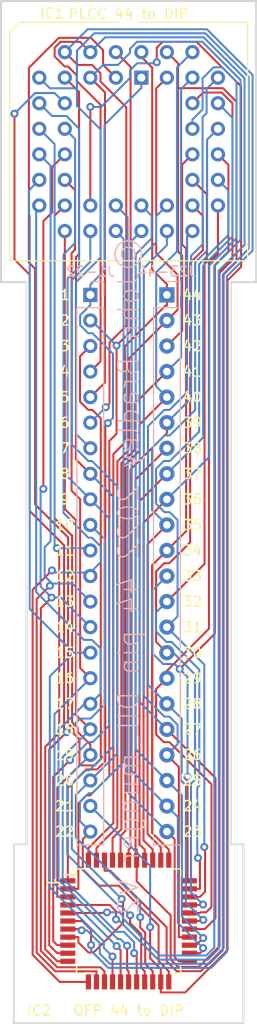
<source format=kicad_pcb>
(kicad_pcb (version 20211014) (generator pcbnew)
  (title_block (comment 4 "AISLER Project ID: YUITKTHA"))
  (layers (0 "F.Cu" signal) (31 "B.Cu" signal) (34 "B.Paste" user) (35 "F.Paste" user) (36 "B.SilkS" user "B.Silkscreen") (37 "F.SilkS" user "F.Silkscreen") (38 "B.Mask" user) (39 "F.Mask" user) (44 "Edge.Cuts" user))
  (net 0 "")
  (net 1 "/PIN01")
  (net 2 "/PIN02")
  (net 3 "/PIN03")
  (net 4 "/PIN04")
  (net 5 "/PIN05")
  (net 6 "/PIN06")
  (net 7 "/PIN07")
  (net 8 "/PIN08")
  (net 9 "/PIN09")
  (net 10 "/PIN10")
  (net 11 "/PIN11")
  (net 12 "/PIN12")
  (net 13 "/PIN13")
  (net 14 "/PIN14")
  (net 15 "/PIN15")
  (net 16 "/PIN16")
  (net 17 "/PIN17")
  (net 18 "/PIN18")
  (net 19 "/PIN19")
  (net 20 "/PIN20")
  (net 21 "/PIN21")
  (net 22 "/PIN22")
  (net 23 "/PIN23")
  (net 24 "/PIN24")
  (net 25 "/PIN25")
  (net 26 "/PIN26")
  (net 27 "/PIN27")
  (net 28 "/PIN28")
  (net 29 "/PIN29")
  (net 30 "/PIN30")
  (net 31 "/PIN31")
  (net 32 "/PIN32")
  (net 33 "/PIN33")
  (net 34 "/PIN34")
  (net 35 "/PIN35")
  (net 36 "/PIN36")
  (net 37 "/PIN37")
  (net 38 "/PIN38")
  (net 39 "/PIN39")
  (net 40 "/PIN40")
  (net 41 "/PIN41")
  (net 42 "/PIN42")
  (net 43 "/PIN44")
  (net 44 "/PIN43")
  (footprint "Package_QFP:PQFP-44_10x10mm_P0.8mm" (layer "F.Cu") (at 140.97 154.94)
    (fp_text reference "IC2")
    (fp_text value "QFP 44 to DIP")
  )
  (footprint "ExtraFootprints:PLCC-44_THT-Socket" (layer "F.Cu") (at 142.24 71.12)
    (fp_text reference "IC1")
    (fp_text value "PLCC 44 to DIP")
  )
  (footprint "Connector_PinHeader_2.54mm:PinHeader_1x22_P2.54mm_Vertical" (layer "B.Cu") (at 137.16 92.71 180)
    (fp_text reference "J1-22")
    (fp_text value "Conn_01x22")
  )
  (footprint "Connector_PinHeader_2.54mm:PinHeader_1x22_P2.54mm_Vertical" (layer "B.Cu") (at 144.78 92.71 180)
    (fp_text reference "J23-44")
    (fp_text value "Conn_01x22")
  )
  (gr_line (start 152.4 165.1) (end 129.54 165.1) (layer "Edge.Cuts") (width 0.2))
  (gr_line (start 151.13 91.44) (end 151.13 147.32) (layer "Edge.Cuts") (width 0.2))
  (gr_line (start 128.27 91.44) (end 128.27 63.5) (layer "Edge.Cuts") (width 0.2))
  (gr_line (start 130.81 147.32) (end 129.54 147.32) (layer "Edge.Cuts") (width 0.2))
  (gr_line (start 129.54 165.1) (end 129.54 147.32) (layer "Edge.Cuts") (width 0.2))
  (gr_line (start 152.4 147.32) (end 152.4 165.1) (layer "Edge.Cuts") (width 0.2))
  (gr_line (start 130.81 91.44) (end 128.27 91.44) (layer "Edge.Cuts") (width 0.2))
  (gr_line (start 153.67 63.5) (end 153.67 91.44) (layer "Edge.Cuts") (width 0.2))
  (gr_line (start 151.13 147.32) (end 152.4 147.32) (layer "Edge.Cuts") (width 0.2))
  (gr_line (start 153.67 91.44) (end 151.13 91.44) (layer "Edge.Cuts") (width 0.2))
  (gr_line (start 130.81 147.32) (end 130.81 91.44) (layer "Edge.Cuts") (width 0.2))
  (gr_line (start 128.27 63.5) (end 153.67 63.5) (layer "Edge.Cuts") (width 0.2))
  (gr_text "©John Bradley 2022 44 pin DIL munger V2" (at 140.97 120.65 90) (layer "B.SilkS") (effects (font (size 2 2)) (justify mirror)))
  (gr_text "10" (at 134.62 115.57) (layer "F.SilkS") (effects (font (size 1 1))))
  (gr_text "27" (at 147.32 135.89) (layer "F.SilkS") (effects (font (size 1 1))))
  (gr_text "28" (at 147.32 133.35) (layer "F.SilkS") (effects (font (size 1 1))))
  (gr_text "23" (at 147.32 146.05) (layer "F.SilkS") (effects (font (size 1 1))))
  (gr_text "20" (at 134.62 140.97) (layer "F.SilkS") (effects (font (size 1 1))))
  (gr_text "39" (at 147.32 105.41) (layer "F.SilkS") (effects (font (size 1 1))))
  (gr_text "41" (at 147.32 100.33) (layer "F.SilkS") (effects (font (size 1 1))))
  (gr_text "44" (at 147.32 92.71) (layer "F.SilkS") (effects (font (size 1 1))))
  (gr_text "43" (at 147.32 95.25) (layer "F.SilkS") (effects (font (size 1 1))))
  (gr_text "29" (at 147.32 130.81) (layer "F.SilkS") (effects (font (size 1 1))))
  (gr_text "30" (at 147.32 128.27) (layer "F.SilkS") (effects (font (size 1 1))))
  (gr_text "2" (at 134.62 95.25) (layer "F.SilkS") (effects (font (size 1 1))))
  (gr_text "31" (at 147.32 125.73) (layer "F.SilkS") (effects (font (size 1 1))))
  (gr_text "1" (at 134.62 92.71) (layer "F.SilkS") (effects (font (size 1 1))))
  (gr_text "7" (at 134.62 107.95) (layer "F.SilkS") (effects (font (size 1 1))))
  (gr_text "12" (at 134.62 120.65) (layer "F.SilkS") (effects (font (size 1 1))))
  (gr_text "15" (at 134.62 128.27) (layer "F.SilkS") (effects (font (size 1 1))))
  (gr_text "17" (at 134.62 133.35) (layer "F.SilkS") (effects (font (size 1 1))))
  (gr_text "5" (at 134.62 102.87) (layer "F.SilkS") (effects (font (size 1 1))))
  (gr_text "40" (at 147.32 102.87) (layer "F.SilkS") (effects (font (size 1 1))))
  (gr_text "13" (at 134.62 123.19) (layer "F.SilkS") (effects (font (size 1 1))))
  (gr_text "35" (at 147.32 115.57) (layer "F.SilkS") (effects (font (size 1 1))))
  (gr_text "42" (at 147.32 97.79) (layer "F.SilkS") (effects (font (size 1 1))))
  (gr_text "32" (at 147.32 123.19) (layer "F.SilkS") (effects (font (size 1 1))))
  (gr_text "33" (at 147.32 120.65) (layer "F.SilkS") (effects (font (size 1 1))))
  (gr_text "22" (at 134.62 146.05) (layer "F.SilkS") (effects (font (size 1 1))))
  (gr_text "34" (at 147.32 118.11) (layer "F.SilkS") (effects (font (size 1 1))))
  (gr_text "9" (at 134.62 113.03) (layer "F.SilkS") (effects (font (size 1 1))))
  (gr_text "4" (at 134.62 100.33) (layer "F.SilkS") (effects (font (size 1 1))))
  (gr_text "37" (at 147.32 110.49) (layer "F.SilkS") (effects (font (size 1 1))))
  (gr_text "26" (at 147.32 138.43) (layer "F.SilkS") (effects (font (size 1 1))))
  (gr_text "16" (at 134.62 130.81) (layer "F.SilkS") (effects (font (size 1 1))))
  (gr_text "25" (at 147.32 140.97) (layer "F.SilkS") (effects (font (size 1 1))))
  (gr_text "3" (at 134.62 97.79) (layer "F.SilkS") (effects (font (size 1 1))))
  (gr_text "11" (at 134.62 118.11) (layer "F.SilkS") (effects (font (size 1 1))))
  (gr_text "24" (at 147.32 143.51) (layer "F.SilkS") (effects (font (size 1 1))))
  (gr_text "8" (at 134.62 110.49) (layer "F.SilkS") (effects (font (size 1 1))))
  (gr_text "21" (at 134.62 143.51) (layer "F.SilkS") (effects (font (size 1 1))))
  (gr_text "18" (at 134.62 135.89) (layer "F.SilkS") (effects (font (size 1 1))))
  (gr_text "19" (at 134.62 138.43) (layer "F.SilkS") (effects (font (size 1 1))))
  (gr_text "14" (at 134.62 125.73) (layer "F.SilkS") (effects (font (size 1 1))))
  (gr_text "1" (at 133.35 151.13 270) (layer "F.SilkS") (effects (font (size 1 1))))
  (gr_text "36" (at 147.32 113.03) (layer "F.SilkS") (effects (font (size 1 1))))
  (gr_text "6" (at 134.62 105.41) (layer "F.SilkS") (effects (font (size 1 1))))
  (gr_text "38" (at 147.32 107.95) (layer "F.SilkS") (effects (font (size 1 1))))
  (segment (start 134.92 141.7001) (end 134.92 150.94) (width 0.2) (layer "F.Cu") (net 1))
  (segment (start 138.8992 105.4537) (end 138.6503 105.7026) (width 0.2) (layer "F.Cu") (net 1))
  (segment (start 138.6503 105.7026) (end 138.6503 139.0648) (width 0.2) (layer "F.Cu") (net 1))
  (segment (start 136.7461 139.874) (end 134.92 141.7001) (width 0.2) (layer "F.Cu") (net 1))
  (segment (start 138.6503 139.0648) (end 137.8411 139.874) (width 0.2) (layer "F.Cu") (net 1))
  (segment (start 137.8411 139.874) (end 136.7461 139.874) (width 0.2) (layer "F.Cu") (net 1))
  (via (at 138.8992 105.4537) (size 0.8) (drill 0.4) (layers "F.Cu" "B.Cu") (net 1))
  (segment (start 137.16 93.7215) (end 136.1484 94.7331) (width 0.2) (layer "B.Cu") (net 1))
  (segment (start 137.16 91.6985) (end 138.5719 90.2866) (width 0.2) (layer "B.Cu") (net 1))
  (segment (start 136.1484 94.7331) (end 136.1484 95.7175) (width 0.2) (layer "B.Cu") (net 1))
  (segment (start 138.5719 75.7996) (end 142.24 72.1315) (width 0.2) (layer "B.Cu") (net 1))
  (segment (start 137.3717 96.52) (end 139.4136 98.5619) (width 0.2) (layer "B.Cu") (net 1))
  (segment (start 139.4136 104.9393) (end 138.8992 105.4537) (width 0.2) (layer "B.Cu") (net 1))
  (segment (start 136.1484 95.7175) (end 136.9509 96.52) (width 0.2) (layer "B.Cu") (net 1))
  (segment (start 137.16 92.71) (end 137.16 93.7215) (width 0.2) (layer "B.Cu") (net 1))
  (segment (start 142.24 71.12) (end 142.24 72.1315) (width 0.2) (layer "B.Cu") (net 1))
  (segment (start 138.5719 90.2866) (end 138.5719 75.7996) (width 0.2) (layer "B.Cu") (net 1))
  (segment (start 136.9509 96.52) (end 137.3717 96.52) (width 0.2) (layer "B.Cu") (net 1))
  (segment (start 139.4136 98.5619) (end 139.4136 104.9393) (width 0.2) (layer "B.Cu") (net 1))
  (segment (start 137.16 92.71) (end 137.16 91.6985) (width 0.2) (layer "B.Cu") (net 1))
  (segment (start 137.1278 142.4564) (end 136.7605 142.4564) (width 0.2) (layer "F.Cu") (net 2))
  (segment (start 139.7691 106.5145) (end 139.0506 107.233) (width 0.2) (layer "F.Cu") (net 2))
  (segment (start 139.7 68.58) (end 141.1638 70.0438) (width 0.2) (layer "F.Cu") (net 2))
  (segment (start 139.7691 97.7446) (end 139.7691 106.5145) (width 0.2) (layer "F.Cu") (net 2))
  (segment (start 141.1638 70.0438) (end 141.1638 96.3499) (width 0.2) (layer "F.Cu") (net 2))
  (segment (start 141.1638 96.3499) (end 139.7691 97.7446) (width 0.2) (layer "F.Cu") (net 2))
  (segment (start 136.7605 142.4564) (end 135.9703 143.2466) (width 0.2) (layer "F.Cu") (net 2))
  (segment (start 135.9703 143.2466) (end 135.9703 151.74) (width 0.2) (layer "F.Cu") (net 2))
  (segment (start 139.0506 107.233) (end 139.0506 140.5336) (width 0.2) (layer "F.Cu") (net 2))
  (segment (start 134.92 151.74) (end 135.9703 151.74) (width 0.2) (layer "F.Cu") (net 2))
  (segment (start 139.0506 140.5336) (end 137.1278 142.4564) (width 0.2) (layer "F.Cu") (net 2))
  (via (at 139.7691 97.7446) (size 0.8) (drill 0.4) (layers "F.Cu" "B.Cu") (net 2))
  (segment (start 137.2745 95.25) (end 139.7691 97.7446) (width 0.2) (layer "B.Cu") (net 2))
  (segment (start 137.16 95.25) (end 137.2745 95.25) (width 0.2) (layer "B.Cu") (net 2))
  (segment (start 131.6613 90.107) (end 131.6613 113.5269) (width 0.2) (layer "F.Cu") (net 3))
  (segment (start 138.4301 68.3786) (end 137.2098 67.1583) (width 0.2) (layer "F.Cu") (net 3))
  (segment (start 134.9475 135.3348) (end 135.4947 135.882) (width 0.2) (layer "F.Cu") (net 3))
  (segment (start 134.92 152.54) (end 133.8697 152.54) (width 0.2) (layer "F.Cu") (net 3))
  (segment (start 134.0329 67.1583) (end 131.0434 70.1478) (width 0.2) (layer "F.Cu") (net 3))
  (segment (start 136.0824 139.4736) (end 133.8697 141.6863) (width 0.2) (layer "F.Cu") (net 3))
  (segment (start 137.16 97.79) (end 136.1356 98.8144) (width 0.2) (layer "F.Cu") (net 3))
  (segment (start 139.7 71.12) (end 138.4301 69.8501) (width 0.2) (layer "F.Cu") (net 3))
  (segment (start 131.0434 89.4891) (end 131.6613 90.107) (width 0.2) (layer "F.Cu") (net 3))
  (segment (start 136.9524 104.14) (end 137.3602 104.14) (width 0.2) (layer "F.Cu") (net 3))
  (segment (start 138.4301 69.8501) (end 138.4301 68.3786) (width 0.2) (layer "F.Cu") (net 3))
  (segment (start 137.5843 139.4736) (end 136.0824 139.4736) (width 0.2) (layer "F.Cu") (net 3))
  (segment (start 135.4947 135.882) (end 135.4947 136.3052) (width 0.2) (layer "F.Cu") (net 3))
  (segment (start 136.1356 98.8144) (end 136.1356 103.3232) (width 0.2) (layer "F.Cu") (net 3))
  (segment (start 131.6613 113.5269) (end 134.9475 116.8131) (width 0.2) (layer "F.Cu") (net 3))
  (segment (start 137.3602 104.14) (end 138.1989 104.9787) (width 0.2) (layer "F.Cu") (net 3))
  (segment (start 138.1989 104.9787) (end 138.1989 138.859) (width 0.2) (layer "F.Cu") (net 3))
  (segment (start 136.0824 136.8929) (end 136.0824 139.4736) (width 0.2) (layer "F.Cu") (net 3))
  (segment (start 136.1356 103.3232) (end 136.9524 104.14) (width 0.2) (layer "F.Cu") (net 3))
  (segment (start 135.4947 136.3052) (end 136.0824 136.8929) (width 0.2) (layer "F.Cu") (net 3))
  (segment (start 137.2098 67.1583) (end 134.0329 67.1583) (width 0.2) (layer "F.Cu") (net 3))
  (segment (start 133.8697 141.6863) (end 133.8697 152.54) (width 0.2) (layer "F.Cu") (net 3))
  (segment (start 138.1989 138.859) (end 137.5843 139.4736) (width 0.2) (layer "F.Cu") (net 3))
  (segment (start 131.0434 70.1478) (end 131.0434 89.4891) (width 0.2) (layer "F.Cu") (net 3))
  (segment (start 134.9475 116.8131) (end 134.9475 135.3348) (width 0.2) (layer "F.Cu") (net 3))
  (segment (start 135.9703 153.34) (end 139.0901 153.34) (width 0.2) (layer "F.Cu") (net 4))
  (segment (start 139.0901 153.34) (end 139.7191 153.969) (width 0.2) (layer "F.Cu") (net 4))
  (segment (start 134.9431 70.0123) (end 134.6094 70.0123) (width 0.2) (layer "F.Cu") (net 4))
  (segment (start 138.1787 99.3113) (end 138.1787 73.8145) (width 0.2) (layer "F.Cu") (net 4))
  (segment (start 133.6084 68.1491) (end 134.1988 67.5587) (width 0.2) (layer "F.Cu") (net 4))
  (segment (start 134.1988 67.5587) (end 136.1387 67.5587) (width 0.2) (layer "F.Cu") (net 4))
  (segment (start 136.1387 67.5587) (end 137.16 68.58) (width 0.2) (layer "F.Cu") (net 4))
  (segment (start 133.6084 69.0113) (end 133.6084 68.1491) (width 0.2) (layer "F.Cu") (net 4))
  (segment (start 135.8024 71.4382) (end 135.8024 70.8716) (width 0.2) (layer "F.Cu") (net 4))
  (segment (start 139.7191 153.969) (end 139.7191 154.777) (width 0.2) (layer "F.Cu") (net 4))
  (segment (start 135.8024 70.8716) (end 134.9431 70.0123) (width 0.2) (layer "F.Cu") (net 4))
  (segment (start 137.16 100.33) (end 138.1787 99.3113) (width 0.2) (layer "F.Cu") (net 4))
  (segment (start 134.6094 70.0123) (end 133.6084 69.0113) (width 0.2) (layer "F.Cu") (net 4))
  (segment (start 138.1787 73.8145) (end 135.8024 71.4382) (width 0.2) (layer "F.Cu") (net 4))
  (segment (start 134.92 153.34) (end 135.9703 153.34) (width 0.2) (layer "F.Cu") (net 4))
  (via (at 139.7191 154.777) (size 0.8) (drill 0.4) (layers "F.Cu" "B.Cu") (net 4))
  (segment (start 149.9378 90.309) (end 149.9378 157.6996) (width 0.2) (layer "B.Cu") (net 4))
  (segment (start 148.8588 158.7786) (end 143.9153 158.7786) (width 0.2) (layer "B.Cu") (net 4))
  (segment (start 152.5075 87.7393) (end 149.9378 90.309) (width 0.2) (layer "B.Cu") (net 4))
  (segment (start 148.439 67.1103) (end 152.5075 71.1788) (width 0.2) (layer "B.Cu") (net 4))
  (segment (start 137.16 68.58) (end 138.6297 67.1103) (width 0.2) (layer "B.Cu") (net 4))
  (segment (start 149.9378 157.6996) (end 148.8588 158.7786) (width 0.2) (layer "B.Cu") (net 4))
  (segment (start 139.9137 154.777) (end 139.7191 154.777) (width 0.2) (layer "B.Cu") (net 4))
  (segment (start 152.5075 71.1788) (end 152.5075 87.7393) (width 0.2) (layer "B.Cu") (net 4))
  (segment (start 143.9153 158.7786) (end 139.9137 154.777) (width 0.2) (layer "B.Cu") (net 4))
  (segment (start 138.6297 67.1103) (end 148.439 67.1103) (width 0.2) (layer "B.Cu") (net 4))
  (segment (start 138.6141 101.4159) (end 137.16 102.87) (width 0.2) (layer "F.Cu") (net 5))
  (segment (start 135.9703 154.14) (end 138.7499 154.14) (width 0.2) (layer "F.Cu") (net 5))
  (segment (start 138.7499 154.14) (end 138.816 154.0739) (width 0.2) (layer "F.Cu") (net 5))
  (segment (start 134.92 154.14) (end 135.9703 154.14) (width 0.2) (layer "F.Cu") (net 5))
  (segment (start 138.6141 72.5741) (end 138.6141 101.4159) (width 0.2) (layer "F.Cu") (net 5))
  (segment (start 137.16 71.12) (end 138.6141 72.5741) (width 0.2) (layer "F.Cu") (net 5))
  (via (at 138.816 154.0739) (size 0.8) (drill 0.4) (layers "F.Cu" "B.Cu") (net 5))
  (segment (start 140.4195 154.6933) (end 140.4195 154.436) (width 0.2) (layer "B.Cu") (net 5))
  (segment (start 152.1072 87.2346) (end 149.4961 89.8457) (width 0.2) (layer "B.Cu") (net 5))
  (segment (start 141.1119 68.657) (end 141.1119 68.2487) (width 0.2) (layer "B.Cu") (net 5))
  (segment (start 139.9189 69.85) (end 141.1119 68.657) (width 0.2) (layer "B.Cu") (net 5))
  (segment (start 138.43 69.85) (end 139.9189 69.85) (width 0.2) (layer "B.Cu") (net 5))
  (segment (start 141.8144 67.5462) (end 148.3088 67.5462) (width 0.2) (layer "B.Cu") (net 5))
  (segment (start 140.4195 154.436) (end 140.0574 154.0739) (width 0.2) (layer "B.Cu") (net 5))
  (segment (start 140.0574 154.0739) (end 138.816 154.0739) (width 0.2) (layer "B.Cu") (net 5))
  (segment (start 144.0906 158.3644) (end 140.4195 154.6933) (width 0.2) (layer "B.Cu") (net 5))
  (segment (start 148.7069 158.3644) (end 144.0906 158.3644) (width 0.2) (layer "B.Cu") (net 5))
  (segment (start 137.16 71.12) (end 138.43 69.85) (width 0.2) (layer "B.Cu") (net 5))
  (segment (start 149.4961 157.5752) (end 148.7069 158.3644) (width 0.2) (layer "B.Cu") (net 5))
  (segment (start 148.3088 67.5462) (end 152.1072 71.3446) (width 0.2) (layer "B.Cu") (net 5))
  (segment (start 149.4961 89.8457) (end 149.4961 157.5752) (width 0.2) (layer "B.Cu") (net 5))
  (segment (start 152.1072 71.3446) (end 152.1072 87.2346) (width 0.2) (layer "B.Cu") (net 5))
  (segment (start 141.1119 68.2487) (end 141.8144 67.5462) (width 0.2) (layer "B.Cu") (net 5))
  (segment (start 140.7385 95.7849) (end 139.0688 97.4546) (width 0.2) (layer "F.Cu") (net 6))
  (segment (start 138.1716 71.4973) (end 140.7385 74.0642) (width 0.2) (layer "F.Cu") (net 6))
  (segment (start 137.3241 69.85) (end 138.1716 70.6975) (width 0.2) (layer "F.Cu") (net 6))
  (segment (start 139.0688 97.4546) (end 139.0688 103.5012) (width 0.2) (layer "F.Cu") (net 6))
  (segment (start 140.7385 74.0642) (end 140.7385 95.7849) (width 0.2) (layer "F.Cu") (net 6))
  (segment (start 138.1716 70.6975) (end 138.1716 71.4973) (width 0.2) (layer "F.Cu") (net 6))
  (segment (start 137.2349 155.8175) (end 136.3574 154.94) (width 0.2) (layer "F.Cu") (net 6))
  (segment (start 137.2349 157.3241) (end 137.2349 155.8175) (width 0.2) (layer "F.Cu") (net 6))
  (segment (start 134.62 68.58) (end 135.89 69.85) (width 0.2) (layer "F.Cu") (net 6))
  (segment (start 136.3574 154.94) (end 134.92 154.94) (width 0.2) (layer "F.Cu") (net 6))
  (segment (start 139.0688 103.5012) (end 138.6983 103.8717) (width 0.2) (layer "F.Cu") (net 6))
  (segment (start 135.89 69.85) (end 137.3241 69.85) (width 0.2) (layer "F.Cu") (net 6))
  (via (at 138.6983 103.8717) (size 0.8) (drill 0.4) (layers "F.Cu" "B.Cu") (net 6))
  (via (at 137.2349 157.3241) (size 0.8) (drill 0.4) (layers "F.Cu" "B.Cu") (net 6))
  (segment (start 138.9406 159.5958) (end 149.1738 159.5958) (width 0.2) (layer "B.Cu") (net 6))
  (segment (start 136.8903 66.3097) (end 134.62 68.58) (width 0.2) (layer "B.Cu") (net 6))
  (segment (start 150.7384 90.8677) (end 153.3081 88.298) (width 0.2) (layer "B.Cu") (net 6))
  (segment (start 137.2349 157.8901) (end 138.9406 159.5958) (width 0.2) (layer "B.Cu") (net 6))
  (segment (start 149.1738 159.5958) (end 150.7384 158.0312) (width 0.2) (layer "B.Cu") (net 6))
  (segment (start 137.16 105.41) (end 138.6983 103.8717) (width 0.2) (layer "B.Cu") (net 6))
  (segment (start 148.7706 66.3097) (end 136.8903 66.3097) (width 0.2) (layer "B.Cu") (net 6))
  (segment (start 153.3081 70.8472) (end 148.7706 66.3097) (width 0.2) (layer "B.Cu") (net 6))
  (segment (start 137.2349 157.3241) (end 137.2349 157.8901) (width 0.2) (layer "B.Cu") (net 6))
  (segment (start 153.3081 88.298) (end 153.3081 70.8472) (width 0.2) (layer "B.Cu") (net 6))
  (segment (start 150.7384 158.0312) (end 150.7384 90.8677) (width 0.2) (layer "B.Cu") (net 6))
  (segment (start 136.2936 155.8672) (end 136.1664 155.74) (width 0.2) (layer "F.Cu") (net 7))
  (segment (start 136.1664 155.74) (end 134.92 155.74) (width 0.2) (layer "F.Cu") (net 7))
  (via (at 136.2936 155.8672) (size 0.8) (drill 0.4) (layers "F.Cu" "B.Cu") (net 7))
  (segment (start 152.9078 88.1322) (end 150.3381 90.7019) (width 0.2) (layer "B.Cu") (net 7))
  (segment (start 132.08 71.12) (end 133.135 72.175) (width 0.2) (layer "B.Cu") (net 7))
  (segment (start 135.8287 73.915) (end 135.8287 72.175) (width 0.2) (layer "B.Cu") (net 7))
  (segment (start 133.135 72.175) (end 135.8287 72.175) (width 0.2) (layer "B.Cu") (net 7))
  (segment (start 138.1715 89.0056) (end 138.1715 76.2578) (width 0.2) (layer "B.Cu") (net 7))
  (segment (start 135.7324 91.4447) (end 138.1715 89.0056) (width 0.2) (layer "B.Cu") (net 7))
  (segment (start 148.6048 66.71) (end 152.9078 71.013) (width 0.2) (layer "B.Cu") (net 7))
  (segment (start 137.16 107.95) (end 135.7324 106.5224) (width 0.2) (layer "B.Cu") (net 7))
  (segment (start 150.3381 90.7019) (end 150.3381 157.8654) (width 0.2) (layer "B.Cu") (net 7))
  (segment (start 135.8287 68.4354) (end 137.5541 66.71) (width 0.2) (layer "B.Cu") (net 7))
  (segment (start 139.1047 159.1938) (end 138.0985 158.1876) (width 0.2) (layer "B.Cu") (net 7))
  (segment (start 138.1715 76.2578) (end 135.8287 73.915) (width 0.2) (layer "B.Cu") (net 7))
  (segment (start 138.0985 157.134) (end 136.8317 155.8672) (width 0.2) (layer "B.Cu") (net 7))
  (segment (start 135.7324 106.5224) (end 135.7324 91.4447) (width 0.2) (layer "B.Cu") (net 7))
  (segment (start 152.9078 71.013) (end 152.9078 88.1322) (width 0.2) (layer "B.Cu") (net 7))
  (segment (start 138.0985 158.1876) (end 138.0985 157.134) (width 0.2) (layer "B.Cu") (net 7))
  (segment (start 150.3381 157.8654) (end 149.0097 159.1938) (width 0.2) (layer "B.Cu") (net 7))
  (segment (start 135.8287 72.175) (end 135.8287 68.4354) (width 0.2) (layer "B.Cu") (net 7))
  (segment (start 137.5541 66.71) (end 148.6048 66.71) (width 0.2) (layer "B.Cu") (net 7))
  (segment (start 149.0097 159.1938) (end 139.1047 159.1938) (width 0.2) (layer "B.Cu") (net 7))
  (segment (start 136.8317 155.8672) (end 136.2936 155.8672) (width 0.2) (layer "B.Cu") (net 7))
  (segment (start 137.4817 158.0698) (end 136.9773 158.0698) (width 0.2) (layer "F.Cu") (net 8))
  (segment (start 136.0355 72.5355) (end 134.62 71.12) (width 0.2) (layer "F.Cu") (net 8))
  (segment (start 135.7352 109.0652) (end 135.7352 88.9585) (width 0.2) (layer "F.Cu") (net 8))
  (segment (start 134.92 156.54) (end 135.9703 156.54) (width 0.2) (layer "F.Cu") (net 8))
  (segment (start 136.9773 158.0698) (end 135.9703 157.0628) (width 0.2) (layer "F.Cu") (net 8))
  (segment (start 140.4195 155.132) (end 137.4817 158.0698) (width 0.2) (layer "F.Cu") (net 8))
  (segment (start 135.9703 157.0628) (end 135.9703 156.54) (width 0.2) (layer "F.Cu") (net 8))
  (segment (start 135.7352 88.9585) (end 136.0355 88.6582) (width 0.2) (layer "F.Cu") (net 8))
  (segment (start 136.0355 88.6582) (end 136.0355 72.5355) (width 0.2) (layer "F.Cu") (net 8))
  (segment (start 140.2825 152.7509) (end 140.4195 152.8879) (width 0.2) (layer "F.Cu") (net 8))
  (segment (start 140.4195 152.8879) (end 140.4195 155.132) (width 0.2) (layer "F.Cu") (net 8))
  (segment (start 137.16 110.49) (end 135.7352 109.0652) (width 0.2) (layer "F.Cu") (net 8))
  (via (at 140.2825 152.7509) (size 0.8) (drill 0.4) (layers "F.Cu" "B.Cu") (net 8))
  (segment (start 135.3168 141.3381) (end 135.3168 147.7852) (width 0.2) (layer "B.Cu") (net 8))
  (segment (start 137.16 110.49) (end 139.4197 112.7497) (width 0.2) (layer "B.Cu") (net 8))
  (segment (start 136.6983 139.9566) (end 135.3168 141.3381) (width 0.2) (layer "B.Cu") (net 8))
  (segment (start 137.0688 139.9566) (end 136.6983 139.9566) (width 0.2) (layer "B.Cu") (net 8))
  (segment (start 139.4197 112.7497) (end 139.4197 137.6057) (width 0.2) (layer "B.Cu") (net 8))
  (segment (start 135.3168 147.7852) (end 140.2825 152.7509) (width 0.2) (layer "B.Cu") (net 8))
  (segment (start 139.4197 137.6057) (end 137.0688 139.9566) (width 0.2) (layer "B.Cu") (net 8))
  (segment (start 133.4694 156.9397) (end 133.4694 140.6115) (width 0.2) (layer "F.Cu") (net 9))
  (segment (start 133.4694 140.6115) (end 135.1358 138.9451) (width 0.2) (layer "F.Cu") (net 9))
  (segment (start 134.92 157.34) (end 133.8697 157.34) (width 0.2) (layer "F.Cu") (net 9))
  (segment (start 133.8697 157.34) (end 133.4694 156.9397) (width 0.2) (layer "F.Cu") (net 9))
  (via (at 135.1358 138.9451) (size 0.8) (drill 0.4) (layers "F.Cu" "B.Cu") (net 9))
  (segment (start 132.08 73.66) (end 133.35 74.93) (width 0.2) (layer "B.Cu") (net 9))
  (segment (start 139.0194 114.8894) (end 139.0194 135.5306) (width 0.2) (layer "B.Cu") (net 9))
  (segment (start 134.789 74.93) (end 136.0484 76.1894) (width 0.2) (layer "B.Cu") (net 9))
  (segment (start 137.16 113.03) (end 139.0194 114.8894) (width 0.2) (layer "B.Cu") (net 9))
  (segment (start 136.0484 89.9476) (end 134.893 91.103) (width 0.2) (layer "B.Cu") (net 9))
  (segment (start 133.35 74.93) (end 134.789 74.93) (width 0.2) (layer "B.Cu") (net 9))
  (segment (start 134.893 110.763) (end 137.16 113.03) (width 0.2) (layer "B.Cu") (net 9))
  (segment (start 137.39 137.16) (end 136.9209 137.16) (width 0.2) (layer "B.Cu") (net 9))
  (segment (start 139.0194 135.5306) (end 137.39 137.16) (width 0.2) (layer "B.Cu") (net 9))
  (segment (start 134.893 91.103) (end 134.893 110.763) (width 0.2) (layer "B.Cu") (net 9))
  (segment (start 136.0484 76.1894) (end 136.0484 89.9476) (width 0.2) (layer "B.Cu") (net 9))
  (segment (start 136.9209 137.16) (end 135.1358 138.9451) (width 0.2) (layer "B.Cu") (net 9))
  (segment (start 134.7944 136.1721) (end 134.547 135.9247) (width 0.2) (layer "F.Cu") (net 10))
  (segment (start 133.0691 137.8974) (end 134.7944 136.1721) (width 0.2) (layer "F.Cu") (net 10))
  (segment (start 134.547 135.9247) (end 134.547 117.6001) (width 0.2) (layer "F.Cu") (net 10))
  (segment (start 133.0691 157.3394) (end 133.0691 137.8974) (width 0.2) (layer "F.Cu") (net 10))
  (segment (start 133.8697 158.14) (end 133.0691 157.3394) (width 0.2) (layer "F.Cu") (net 10))
  (segment (start 131.1204 114.1735) (end 131.1204 90.6984) (width 0.2) (layer "F.Cu") (net 10))
  (segment (start 134.547 117.6001) (end 131.1204 114.1735) (width 0.2) (layer "F.Cu") (net 10))
  (segment (start 129.6117 89.1897) (end 129.6117 74.6977) (width 0.2) (layer "F.Cu") (net 10))
  (segment (start 134.92 158.14) (end 133.8697 158.14) (width 0.2) (layer "F.Cu") (net 10))
  (segment (start 131.1204 90.6984) (end 129.6117 89.1897) (width 0.2) (layer "F.Cu") (net 10))
  (via (at 134.7944 136.1721) (size 0.8) (drill 0.4) (layers "F.Cu" "B.Cu") (net 10))
  (via (at 129.6117 74.6977) (size 0.8) (drill 0.4) (layers "F.Cu" "B.Cu") (net 10))
  (segment (start 137.1858 134.8171) (end 136.1494 134.8171) (width 0.2) (layer "B.Cu") (net 10))
  (segment (start 137.16 115.57) (end 138.6185 117.0285) (width 0.2) (layer "B.Cu") (net 10))
  (segment (start 138.6185 133.3844) (end 137.1858 134.8171) (width 0.2) (layer "B.Cu") (net 10))
  (segment (start 136.1494 134.8171) (end 134.7944 136.1721) (width 0.2) (layer "B.Cu") (net 10))
  (segment (start 138.6185 117.0285) (end 138.6185 133.3844) (width 0.2) (layer "B.Cu") (net 10))
  (segment (start 133.6057 72.6457) (end 134.62 73.66) (width 0.2) (layer "B.Cu") (net 10))
  (segment (start 131.6637 72.6457) (end 133.6057 72.6457) (width 0.2) (layer "B.Cu") (net 10))
  (segment (start 129.6117 74.6977) (end 131.6637 72.6457) (width 0.2) (layer "B.Cu") (net 10))
  (segment (start 134.0656 136.2261) (end 134.0656 118.1189) (width 0.2) (layer "F.Cu") (net 11))
  (segment (start 132.6688 157.7391) (end 132.6688 137.6229) (width 0.2) (layer "F.Cu") (net 11))
  (segment (start 133.8697 158.94) (end 132.6688 157.7391) (width 0.2) (layer "F.Cu") (net 11))
  (segment (start 132.6688 137.6229) (end 134.0656 136.2261) (width 0.2) (layer "F.Cu") (net 11))
  (segment (start 134.92 158.94) (end 133.8697 158.94) (width 0.2) (layer "F.Cu") (net 11))
  (segment (start 134.0656 118.1189) (end 133.8343 117.8876) (width 0.2) (layer "F.Cu") (net 11))
  (via (at 133.8343 117.8876) (size 0.8) (drill 0.4) (layers "F.Cu" "B.Cu") (net 11))
  (segment (start 133.8343 117.8876) (end 133.603 117.6563) (width 0.2) (layer "B.Cu") (net 11))
  (segment (start 137.16 118.11) (end 136.9376 117.8876) (width 0.2) (layer "B.Cu") (net 11))
  (segment (start 133.603 77.723) (end 132.08 76.2) (width 0.2) (layer "B.Cu") (net 11))
  (segment (start 133.603 117.6563) (end 133.603 77.723) (width 0.2) (layer "B.Cu") (net 11))
  (segment (start 136.9376 117.8876) (end 133.8343 117.8876) (width 0.2) (layer "B.Cu") (net 11))
  (segment (start 131.4168 158.2975) (end 131.4168 122.0103) (width 0.2) (layer "F.Cu") (net 12))
  (segment (start 136.97 160.99) (end 134.1093 160.99) (width 0.2) (layer "F.Cu") (net 12))
  (segment (start 134.1093 160.99) (end 131.4168 158.2975) (width 0.2) (layer "F.Cu") (net 12))
  (segment (start 131.4168 122.0103) (end 133.3369 120.0902) (width 0.2) (layer "F.Cu") (net 12))
  (via (at 133.3369 120.0902) (size 0.8) (drill 0.4) (layers "F.Cu" "B.Cu") (net 12))
  (segment (start 137.16 120.3018) (end 133.5485 120.3018) (width 0.2) (layer "B.Cu") (net 12))
  (segment (start 138.2181 117.7352) (end 138.2181 119.2437) (width 0.2) (layer "B.Cu") (net 12))
  (segment (start 137.16 120.3018) (end 137.16 120.65) (width 0.2) (layer "B.Cu") (net 12))
  (segment (start 135.648 77.228) (end 135.648 87.5374) (width 0.2) (layer "B.Cu") (net 12))
  (segment (start 134.4926 114.3768) (end 136.9558 116.84) (width 0.2) (layer "B.Cu") (net 12))
  (segment (start 134.4926 88.6928) (end 134.4926 114.3768) (width 0.2) (layer "B.Cu") (net 12))
  (segment (start 136.9558 116.84) (end 137.3229 116.84) (width 0.2) (layer "B.Cu") (net 12))
  (segment (start 138.2181 119.2437) (end 137.16 120.3018) (width 0.2) (layer "B.Cu") (net 12))
  (segment (start 133.5485 120.3018) (end 133.3369 120.0902) (width 0.2) (layer "B.Cu") (net 12))
  (segment (start 134.62 76.2) (end 135.648 77.228) (width 0.2) (layer "B.Cu") (net 12))
  (segment (start 135.648 87.5374) (end 134.4926 88.6928) (width 0.2) (layer "B.Cu") (net 12))
  (segment (start 137.3229 116.84) (end 138.2181 117.7352) (width 0.2) (layer "B.Cu") (net 12))
  (segment (start 137.77 160.99) (end 137.77 159.9397) (width 0.2) (layer "F.Cu") (net 13))
  (segment (start 131.8172 158.0727) (end 131.8172 122.938) (width 0.2) (layer "F.Cu") (net 13))
  (segment (start 131.8172 122.938) (end 133.1395 121.6157) (width 0.2) (layer "F.Cu") (net 13))
  (segment (start 133.6842 159.9397) (end 131.8172 158.0727) (width 0.2) (layer "F.Cu") (net 13))
  (segment (start 137.77 159.9397) (end 133.6842 159.9397) (width 0.2) (layer "F.Cu") (net 13))
  (via (at 133.1395 121.6157) (size 0.8) (drill 0.4) (layers "F.Cu" "B.Cu") (net 13))
  (segment (start 133.3593 121.3959) (end 133.1395 121.6157) (width 0.2) (layer "B.Cu") (net 13))
  (segment (start 132.6132 120.6498) (end 132.6132 117.782) (width 0.2) (layer "B.Cu") (net 13))
  (segment (start 133.2026 117.1926) (end 133.2026 79.8626) (width 0.2) (layer "B.Cu") (net 13))
  (segment (start 135.3659 121.3959) (end 133.3593 121.3959) (width 0.2) (layer "B.Cu") (net 13))
  (segment (start 137.16 123.19) (end 135.3659 121.3959) (width 0.2) (layer "B.Cu") (net 13))
  (segment (start 133.3593 121.3959) (end 132.6132 120.6498) (width 0.2) (layer "B.Cu") (net 13))
  (segment (start 132.6132 117.782) (end 133.2026 117.1926) (width 0.2) (layer "B.Cu") (net 13))
  (segment (start 133.2026 79.8626) (end 132.08 78.74) (width 0.2) (layer "B.Cu") (net 13))
  (segment (start 132.2361 157.9035) (end 132.2361 123.8577) (width 0.2) (layer "F.Cu") (net 14))
  (segment (start 138.57 159.9397) (end 138.1697 159.5394) (width 0.2) (layer "F.Cu") (net 14))
  (segment (start 138.1697 159.5394) (end 133.872 159.5394) (width 0.2) (layer "F.Cu") (net 14))
  (segment (start 132.2361 123.8577) (end 133.3038 122.79) (width 0.2) (layer "F.Cu") (net 14))
  (segment (start 132.4863 85.3874) (end 133.35 84.5237) (width 0.2) (layer "F.Cu") (net 14))
  (segment (start 132.4863 111.9893) (end 132.4863 85.3874) (width 0.2) (layer "F.Cu") (net 14))
  (segment (start 133.35 84.5237) (end 133.35 80.01) (width 0.2) (layer "F.Cu") (net 14))
  (segment (start 133.35 80.01) (end 134.62 78.74) (width 0.2) (layer "F.Cu") (net 14))
  (segment (start 133.872 159.5394) (end 132.2361 157.9035) (width 0.2) (layer "F.Cu") (net 14))
  (segment (start 138.57 160.99) (end 138.57 159.9397) (width 0.2) (layer "F.Cu") (net 14))
  (via (at 132.4863 111.9893) (size 0.8) (drill 0.4) (layers "F.Cu" "B.Cu") (net 14))
  (via (at 133.3038 122.79) (size 0.8) (drill 0.4) (layers "F.Cu" "B.Cu") (net 14))
  (segment (start 133.3038 122.79) (end 132.2128 121.699) (width 0.2) (layer "B.Cu") (net 14))
  (segment (start 134.22 122.79) (end 133.3038 122.79) (width 0.2) (layer "B.Cu") (net 14))
  (segment (start 137.16 125.73) (end 134.22 122.79) (width 0.2) (layer "B.Cu") (net 14))
  (segment (start 132.2128 112.2628) (end 132.4863 111.9893) (width 0.2) (layer "B.Cu") (net 14))
  (segment (start 132.2128 121.699) (end 132.2128 112.2628) (width 0.2) (layer "B.Cu") (net 14))
  (segment (start 139.37 160.99) (end 139.37 158.4658) (width 0.2) (layer "F.Cu") (net 15))
  (via (at 139.37 158.4658) (size 0.8) (drill 0.4) (layers "F.Cu" "B.Cu") (net 15))
  (segment (start 131.129 123.9199) (end 135.4791 128.27) (width 0.2) (layer "B.Cu") (net 15))
  (segment (start 131.0577 84.7689) (end 131.129 84.8402) (width 0.2) (layer "B.Cu") (net 15))
  (segment (start 138.4989 157.5947) (end 139.37 158.4658) (width 0.2) (layer "B.Cu") (net 15))
  (segment (start 131.129 84.8402) (end 131.129 123.9199) (width 0.2) (layer "B.Cu") (net 15))
  (segment (start 133.1267 151.5961) (end 138.4989 156.9683) (width 0.2) (layer "B.Cu") (net 15))
  (segment (start 131.0577 82.3023) (end 131.0577 84.7689) (width 0.2) (layer "B.Cu") (net 15))
  (segment (start 133.1267 130.6224) (end 133.1267 151.5961) (width 0.2) (layer "B.Cu") (net 15))
  (segment (start 138.4989 156.9683) (end 138.4989 157.5947) (width 0.2) (layer "B.Cu") (net 15))
  (segment (start 132.08 81.28) (end 131.0577 82.3023) (width 0.2) (layer "B.Cu") (net 15))
  (segment (start 135.4791 128.27) (end 133.1267 130.6224) (width 0.2) (layer "B.Cu") (net 15))
  (segment (start 135.4791 128.27) (end 137.16 128.27) (width 0.2) (layer "B.Cu") (net 15))
  (segment (start 135.2936 88.551) (end 135.6352 88.2094) (width 0.2) (layer "F.Cu") (net 16))
  (segment (start 136.1485 113.0212) (end 135.2936 112.1663) (width 0.2) (layer "F.Cu") (net 16))
  (segment (start 135.6352 82.2952) (end 134.62 81.28) (width 0.2) (layer "F.Cu") (net 16))
  (segment (start 135.2936 112.1663) (end 135.2936 88.551) (width 0.2) (layer "F.Cu") (net 16))
  (segment (start 135.6352 88.2094) (end 135.6352 82.2952) (width 0.2) (layer "F.Cu") (net 16))
  (segment (start 137.16 130.81) (end 136.1485 129.7985) (width 0.2) (layer "F.Cu") (net 16))
  (segment (start 136.1485 129.7985) (end 136.1485 113.0212) (width 0.2) (layer "F.Cu") (net 16))
  (segment (start 139.7808 157.4325) (end 140.17 157.8217) (width 0.2) (layer "F.Cu") (net 16))
  (segment (start 140.17 157.8217) (end 140.17 160.99) (width 0.2) (layer "F.Cu") (net 16))
  (via (at 139.7808 157.4325) (size 0.8) (drill 0.4) (layers "F.Cu" "B.Cu") (net 16))
  (segment (start 133.5894 151.2411) (end 139.7808 157.4325) (width 0.2) (layer "B.Cu") (net 16))
  (segment (start 137.16 130.81) (end 133.5894 134.3806) (width 0.2) (layer "B.Cu") (net 16))
  (segment (start 133.5894 134.3806) (end 133.5894 151.2411) (width 0.2) (layer "B.Cu") (net 16))
  (segment (start 140.82 159.7897) (end 140.97 159.9397) (width 0.2) (layer "F.Cu") (net 17))
  (segment (start 140.97 160.99) (end 140.97 159.9397) (width 0.2) (layer "F.Cu") (net 17))
  (segment (start 140.82 157.3958) (end 140.82 159.7897) (width 0.2) (layer "F.Cu") (net 17))
  (via (at 140.82 157.3958) (size 0.8) (drill 0.4) (layers "F.Cu" "B.Cu") (net 17))
  (segment (start 138.1716 132.3384) (end 137.16 133.35) (width 0.2) (layer "B.Cu") (net 17))
  (segment (start 131.77 122.2465) (end 136.5235 127) (width 0.2) (layer "B.Cu") (net 17))
  (segment (start 140.82 157.3958) (end 140.1564 156.7322) (width 0.2) (layer "B.Cu") (net 17))
  (segment (start 133.9898 150.8317) (end 133.9898 135.9507) (width 0.2) (layer "B.Cu") (net 17))
  (segment (start 139.8903 156.7322) (end 133.9898 150.8317) (width 0.2) (layer "B.Cu") (net 17))
  (segment (start 136.5235 127) (end 137.3325 127) (width 0.2) (layer "B.Cu") (net 17))
  (segment (start 131.77 84.13) (end 131.77 122.2465) (width 0.2) (layer "B.Cu") (net 17))
  (segment (start 132.08 83.82) (end 131.77 84.13) (width 0.2) (layer "B.Cu") (net 17))
  (segment (start 133.9898 135.9507) (end 136.5905 133.35) (width 0.2) (layer "B.Cu") (net 17))
  (segment (start 136.5905 133.35) (end 137.16 133.35) (width 0.2) (layer "B.Cu") (net 17))
  (segment (start 137.3325 127) (end 138.1716 127.8391) (width 0.2) (layer "B.Cu") (net 17))
  (segment (start 140.1564 156.7322) (end 139.8903 156.7322) (width 0.2) (layer "B.Cu") (net 17))
  (segment (start 138.1716 127.8391) (end 138.1716 132.3384) (width 0.2) (layer "B.Cu") (net 17))
  (segment (start 134.62 113.9891) (end 135.7482 115.1173) (width 0.2) (layer "F.Cu") (net 18))
  (segment (start 134.62 86.36) (end 134.62 113.9891) (width 0.2) (layer "F.Cu") (net 18))
  (segment (start 141.77 158.3799) (end 141.5203 158.1302) (width 0.2) (layer "F.Cu") (net 18))
  (segment (start 141.77 160.99) (end 141.77 158.3799) (width 0.2) (layer "F.Cu") (net 18))
  (segment (start 135.7482 115.1173) (end 135.7482 134.4782) (width 0.2) (layer "F.Cu") (net 18))
  (segment (start 135.7482 134.4782) (end 137.16 135.89) (width 0.2) (layer "F.Cu") (net 18))
  (via (at 141.5203 158.1302) (size 0.8) (drill 0.4) (layers "F.Cu" "B.Cu") (net 18))
  (segment (start 141.5203 158.1302) (end 141.5203 157.0418) (width 0.2) (layer "B.Cu") (net 18))
  (segment (start 134.411 138.639) (end 137.16 135.89) (width 0.2) (layer "B.Cu") (net 18))
  (segment (start 139.7355 156.0113) (end 134.411 150.6868) (width 0.2) (layer "B.Cu") (net 18))
  (segment (start 134.411 150.6868) (end 134.411 138.639) (width 0.2) (layer "B.Cu") (net 18))
  (segment (start 141.5203 157.0418) (end 140.4898 156.0113) (width 0.2) (layer "B.Cu") (net 18))
  (segment (start 140.4898 156.0113) (end 139.7355 156.0113) (width 0.2) (layer "B.Cu") (net 18))
  (segment (start 137.16 137.4044) (end 135.895 136.1394) (width 0.2) (layer "F.Cu") (net 19))
  (segment (start 135.3478 116.6473) (end 133.603 114.9025) (width 0.2) (layer "F.Cu") (net 19))
  (segment (start 142.2206 156.2455) (end 141.1198 155.1447) (width 0.2) (layer "F.Cu") (net 19))
  (segment (start 135.3478 135.169) (end 135.3478 116.6473) (width 0.2) (layer "F.Cu") (net 19))
  (segment (start 137.16 138.43) (end 137.16 137.4044) (width 0.2) (layer "F.Cu") (net 19))
  (segment (start 133.603 114.9025) (end 133.603 84.837) (width 0.2) (layer "F.Cu") (net 19))
  (segment (start 142.2206 159.5903) (end 142.2206 156.2455) (width 0.2) (layer "F.Cu") (net 19))
  (segment (start 133.603 84.837) (end 134.62 83.82) (width 0.2) (layer "F.Cu") (net 19))
  (segment (start 141.1198 155.1447) (end 141.1198 154.3689) (width 0.2) (layer "F.Cu") (net 19))
  (segment (start 135.895 136.1394) (end 135.895 135.7162) (width 0.2) (layer "F.Cu") (net 19))
  (segment (start 142.57 159.9397) (end 142.2206 159.5903) (width 0.2) (layer "F.Cu") (net 19))
  (segment (start 135.895 135.7162) (end 135.3478 135.169) (width 0.2) (layer "F.Cu") (net 19))
  (segment (start 142.57 160.99) (end 142.57 159.9397) (width 0.2) (layer "F.Cu") (net 19))
  (via (at 141.1198 154.3689) (size 0.8) (drill 0.4) (layers "F.Cu" "B.Cu") (net 19))
  (segment (start 139.9925 153.4512) (end 140.2021 153.4512) (width 0.2) (layer "B.Cu") (net 19))
  (segment (start 134.8607 140.7293) (end 134.8607 148.3194) (width 0.2) (layer "B.Cu") (net 19))
  (segment (start 137.16 138.43) (end 134.8607 140.7293) (width 0.2) (layer "B.Cu") (net 19))
  (segment (start 134.8607 148.3194) (end 139.9925 153.4512) (width 0.2) (layer "B.Cu") (net 19))
  (segment (start 140.2021 153.4512) (end 141.1198 154.3689) (width 0.2) (layer "B.Cu") (net 19))
  (segment (start 142.6209 159.1906) (end 142.6209 156.0797) (width 0.2) (layer "F.Cu") (net 20))
  (segment (start 143.37 160.99) (end 143.37 159.9397) (width 0.2) (layer "F.Cu") (net 20))
  (segment (start 142.6209 156.0797) (end 142.1273 155.5861) (width 0.2) (layer "F.Cu") (net 20))
  (segment (start 142.1273 155.5861) (end 142.1273 154.5587) (width 0.2) (layer "F.Cu") (net 20))
  (segment (start 143.37 159.9397) (end 142.6209 159.1906) (width 0.2) (layer "F.Cu") (net 20))
  (via (at 142.1273 154.5587) (size 0.8) (drill 0.4) (layers "F.Cu" "B.Cu") (net 20))
  (segment (start 137.3294 109.22) (end 139.82 111.7106) (width 0.2) (layer "B.Cu") (net 20))
  (segment (start 137.16 140.97) (end 135.722 142.408) (width 0.2) (layer "B.Cu") (net 20))
  (segment (start 135.722 146.6336) (end 142.1273 153.0389) (width 0.2) (layer "B.Cu") (net 20))
  (segment (start 139.82 111.7106) (end 139.82 138.31) (width 0.2) (layer "B.Cu") (net 20))
  (segment (start 135.722 142.408) (end 135.722 146.6336) (width 0.2) (layer "B.Cu") (net 20))
  (segment (start 137.16 86.36) (end 137.16 89.4023) (width 0.2) (layer "B.Cu") (net 20))
  (segment (start 135.3283 91.234) (end 135.3283 107.5881) (width 0.2) (layer "B.Cu") (net 20))
  (segment (start 139.82 138.31) (end 137.16 140.97) (width 0.2) (layer "B.Cu") (net 20))
  (segment (start 135.3283 107.5881) (end 136.9602 109.22) (width 0.2) (layer "B.Cu") (net 20))
  (segment (start 136.9602 109.22) (end 137.3294 109.22) (width 0.2) (layer "B.Cu") (net 20))
  (segment (start 142.1273 153.0389) (end 142.1273 154.5587) (width 0.2) (layer "B.Cu") (net 20))
  (segment (start 137.16 89.4023) (end 135.3283 91.234) (width 0.2) (layer "B.Cu") (net 20))
  (segment (start 147.7379 67.5578) (end 144.3498 67.5578) (width 0.2) (layer "F.Cu") (net 21))
  (segment (start 144.17 160.99) (end 144.17 162.0403) (width 0.2) (layer "F.Cu") (net 21))
  (segment (start 144.3498 67.5578) (end 143.7684 68.1392) (width 0.2) (layer "F.Cu") (net 21))
  (segment (start 144.17 160.99) (end 144.17 159.7059) (width 0.2) (layer "F.Cu") (net 21))
  (segment (start 144.17 159.7059) (end 143.1122 158.6481) (width 0.2) (layer "F.Cu") (net 21))
  (segment (start 146.6009 162.0403) (end 150.8196 157.8216) (width 0.2) (layer "F.Cu") (net 21))
  (segment (start 150.8196 157.8216) (end 150.8196 91.2653) (width 0.2) (layer "F.Cu") (net 21))
  (segment (start 143.7684 68.1392) (end 143.7684 69.589) (width 0.2) (layer "F.Cu") (net 21))
  (segment (start 143.1122 158.6481) (end 143.1122 155.5436) (width 0.2) (layer "F.Cu") (net 21))
  (segment (start 152.1679 89.917) (end 152.1679 71.9878) (width 0.2) (layer "F.Cu") (net 21))
  (segment (start 152.1679 71.9878) (end 147.7379 67.5578) (width 0.2) (layer "F.Cu") (net 21))
  (segment (start 144.17 162.0403) (end 146.6009 162.0403) (width 0.2) (layer "F.Cu") (net 21))
  (segment (start 137.16 83.82) (end 137.16 74.0224) (width 0.2) (layer "F.Cu") (net 21))
  (segment (start 150.8196 91.2653) (end 152.1679 89.917) (width 0.2) (layer "F.Cu") (net 21))
  (via (at 143.1122 155.5436) (size 0.8) (drill 0.4) (layers "F.Cu" "B.Cu") (net 21))
  (via (at 143.7684 69.589) (size 0.8) (drill 0.4) (layers "F.Cu" "B.Cu") (net 21))
  (via (at 137.16 74.0224) (size 0.8) (drill 0.4) (layers "F.Cu" "B.Cu") (net 21))
  (segment (start 137.16 143.51) (end 143.1122 149.4622) (width 0.2) (layer "B.Cu") (net 21))
  (segment (start 141.8066 69.6937) (end 141.1117 70.3886) (width 0.2) (layer "B.Cu") (net 21))
  (segment (start 143.7684 69.589) (end 143.6637 69.6937) (width 0.2) (layer "B.Cu") (net 21))
  (segment (start 141.1117 70.3886) (end 141.1117 71.1512) (width 0.2) (layer "B.Cu") (net 21))
  (segment (start 143.6637 69.6937) (end 141.8066 69.6937) (width 0.2) (layer "B.Cu") (net 21))
  (segment (start 138.2405 74.0224) (end 137.16 74.0224) (width 0.2) (layer "B.Cu") (net 21))
  (segment (start 141.1117 71.1512) (end 138.2405 74.0224) (width 0.2) (layer "B.Cu") (net 21))
  (segment (start 143.1122 149.4622) (end 143.1122 155.5436) (width 0.2) (layer "B.Cu") (net 21))
  (segment (start 137.16 146.05) (end 136.4096 146.8004) (width 0.2) (layer "F.Cu") (net 22))
  (segment (start 136.4096 149.7978) (end 138.0382 151.4264) (width 0.2) (layer "F.Cu") (net 22))
  (segment (start 138.0382 151.4264) (end 139.9969 151.4264) (width 0.2) (layer "F.Cu") (net 22))
  (segment (start 136.4096 146.8004) (end 136.4096 149.7978) (width 0.2) (layer "F.Cu") (net 22))
  (segment (start 143.9519 158.9216) (end 144.97 159.9397) (width 0.2) (layer "F.Cu") (net 22))
  (segment (start 139.9969 151.4264) (end 143.9519 155.3814) (width 0.2) (layer "F.Cu") (net 22))
  (segment (start 143.9519 155.3814) (end 143.9519 158.9216) (width 0.2) (layer "F.Cu") (net 22))
  (segment (start 144.97 160.99) (end 144.97 159.9397) (width 0.2) (layer "F.Cu") (net 22))
  (segment (start 140.4695 87.1295) (end 140.4695 139.1316) (width 0.2) (layer "B.Cu") (net 22))
  (segment (start 140.4695 139.1316) (end 137.3611 142.24) (width 0.2) (layer "B.Cu") (net 22))
  (segment (start 136.1224 143.1148) (end 136.1224 145.0124) (width 0.2) (layer "B.Cu") (net 22))
  (segment (start 137.3611 142.24) (end 136.9972 142.24) (width 0.2) (layer "B.Cu") (net 22))
  (segment (start 136.1224 145.0124) (end 137.16 146.05) (width 0.2) (layer "B.Cu") (net 22))
  (segment (start 136.9972 142.24) (end 136.1224 143.1148) (width 0.2) (layer "B.Cu") (net 22))
  (segment (start 139.7 86.36) (end 140.4695 87.1295) (width 0.2) (layer "B.Cu") (net 22))
  (segment (start 145.5543 146.8243) (end 144.78 146.05) (width 0.2) (layer "F.Cu") (net 23))
  (segment (start 147.02 158.94) (end 145.9697 158.94) (width 0.2) (layer "F.Cu") (net 23))
  (segment (start 145.9697 158.94) (end 145.5543 158.5246) (width 0.2) (layer "F.Cu") (net 23))
  (segment (start 145.5543 158.5246) (end 145.5543 146.8243) (width 0.2) (layer "F.Cu") (net 23))
  (segment (start 144.78 146.05) (end 140.8699 142.1399) (width 0.2) (layer "B.Cu") (net 23))
  (segment (start 140.8699 84.9899) (end 139.7 83.82) (width 0.2) (layer "B.Cu") (net 23))
  (segment (start 140.8699 142.1399) (end 140.8699 84.9899) (width 0.2) (layer "B.Cu") (net 23))
  (segment (start 148.3817 157.8286) (end 148.3817 157.6308) (width 0.2) (layer "F.Cu") (net 24))
  (segment (start 148.0703 158.14) (end 148.3817 157.8286) (width 0.2) (layer "F.Cu") (net 24))
  (segment (start 147.02 158.14) (end 148.0703 158.14) (width 0.2) (layer "F.Cu") (net 24))
  (via (at 148.3817 157.6308) (size 0.8) (drill 0.4) (layers "F.Cu" "B.Cu") (net 24))
  (segment (start 144.78 143.51) (end 141.2703 140.0003) (width 0.2) (layer "B.Cu") (net 24))
  (segment (start 145.8695 155.1186) (end 145.8695 144.5995) (width 0.2) (layer "B.Cu") (net 24))
  (segment (start 141.2703 140.0003) (end 141.2703 87.3297) (width 0.2) (layer "B.Cu") (net 24))
  (segment (start 148.3817 157.6308) (end 145.8695 155.1186) (width 0.2) (layer "B.Cu") (net 24))
  (segment (start 145.8695 144.5995) (end 144.78 143.51) (width 0.2) (layer "B.Cu") (net 24))
  (segment (start 141.2703 87.3297) (end 142.24 86.36) (width 0.2) (layer "B.Cu") (net 24))
  (segment (start 147.6822 157.34) (end 147.02 157.34) (width 0.2) (layer "F.Cu") (net 25))
  (segment (start 148.3918 156.6304) (end 147.6822 157.34) (width 0.2) (layer "F.Cu") (net 25))
  (via (at 148.3918 156.6304) (size 0.8) (drill 0.4) (layers "F.Cu" "B.Cu") (net 25))
  (segment (start 143.2689 87.0845) (end 143.2689 84.8489) (width 0.2) (layer "B.Cu") (net 25))
  (segment (start 146.2698 154.5084) (end 148.3918 156.6304) (width 0.2) (layer "B.Cu") (net 25))
  (segment (start 141.6715 88.6819) (end 143.2689 87.0845) (width 0.2) (layer "B.Cu") (net 25))
  (segment (start 141.6715 137.8615) (end 141.6715 88.6819) (width 0.2) (layer "B.Cu") (net 25))
  (segment (start 144.78 140.97) (end 146.2698 142.4598) (width 0.2) (layer "B.Cu") (net 25))
  (segment (start 143.2689 84.8489) (end 142.24 83.82) (width 0.2) (layer "B.Cu") (net 25))
  (segment (start 146.2698 142.4598) (end 146.2698 154.5084) (width 0.2) (layer "B.Cu") (net 25))
  (segment (start 144.78 140.97) (end 141.6715 137.8615) (width 0.2) (layer "B.Cu") (net 25))
  (segment (start 144.78 138.43) (end 145.9697 139.6197) (width 0.2) (layer "F.Cu") (net 26))
  (segment (start 145.9697 139.6197) (end 145.9697 156.54) (width 0.2) (layer "F.Cu") (net 26))
  (segment (start 147.02 156.54) (end 145.9697 156.54) (width 0.2) (layer "F.Cu") (net 26))
  (segment (start 144.78 138.43) (end 145.8441 137.3659) (width 0.2) (layer "B.Cu") (net 26))
  (segment (start 145.0299 134.62) (end 144.5277 134.62) (width 0.2) (layer "B.Cu") (net 26))
  (segment (start 145.8441 137.3659) (end 145.8441 135.4342) (width 0.2) (layer "B.Cu") (net 26))
  (segment (start 144.5277 134.62) (end 142.4853 132.5776) (width 0.2) (layer "B.Cu") (net 26))
  (segment (start 144.78 87.7602) (end 144.78 86.36) (width 0.2) (layer "B.Cu") (net 26))
  (segment (start 142.4853 90.0549) (end 144.78 87.7602) (width 0.2) (layer "B.Cu") (net 26))
  (segment (start 142.4853 132.5776) (end 142.4853 90.0549) (width 0.2) (layer "B.Cu") (net 26))
  (segment (start 145.8441 135.4342) (end 145.0299 134.62) (width 0.2) (layer "B.Cu") (net 26))
  (segment (start 149.6169 154.6706) (end 149.6169 140.7269) (width 0.2) (layer "F.Cu") (net 27))
  (segment (start 148.0703 155.74) (end 148.5475 155.74) (width 0.2) (layer "F.Cu") (net 27))
  (segment (start 148.5475 155.74) (end 149.6169 154.6706) (width 0.2) (layer "F.Cu") (net 27))
  (segment (start 149.6169 140.7269) (end 144.78 135.89) (width 0.2) (layer "F.Cu") (net 27))
  (segment (start 147.02 155.74) (end 148.0703 155.74) (width 0.2) (layer "F.Cu") (net 27))
  (segment (start 142.0748 133.1848) (end 142.0748 89.1277) (width 0.2) (layer "B.Cu") (net 27))
  (segment (start 142.0748 89.1277) (end 143.7177 87.4848) (width 0.2) (layer "B.Cu") (net 27))
  (segment (start 143.7177 84.8823) (end 144.78 83.82) (width 0.2) (layer "B.Cu") (net 27))
  (segment (start 144.78 135.89) (end 142.0748 133.1848) (width 0.2) (layer "B.Cu") (net 27))
  (segment (start 143.7177 87.4848) (end 143.7177 84.8823) (width 0.2) (layer "B.Cu") (net 27))
  (segment (start 148.3984 154.827) (end 148.1833 154.827) (width 0.2) (layer "F.Cu") (net 28))
  (segment (start 148.1833 154.827) (end 148.0703 154.94) (width 0.2) (layer "F.Cu") (net 28))
  (segment (start 147.02 154.94) (end 148.0703 154.94) (width 0.2) (layer "F.Cu") (net 28))
  (via (at 148.3984 154.827) (size 0.8) (drill 0.4) (layers "F.Cu" "B.Cu") (net 28))
  (segment (start 142.9006 105.7634) (end 142.9006 131.4706) (width 0.2) (layer "B.Cu") (net 28))
  (segment (start 146.1356 140.9194) (end 146.6702 141.454) (width 0.2) (layer "B.Cu") (net 28))
  (segment (start 145.0466 104.14) (end 144.524 104.14) (width 0.2) (layer "B.Cu") (net 28))
  (segment (start 144.78 133.35) (end 146.2472 134.8172) (width 0.2) (layer "B.Cu") (net 28))
  (segment (start 146.1356 140.3392) (end 146.1356 140.9194) (width 0.2) (layer "B.Cu") (net 28))
  (segment (start 147.32 86.36) (end 146.7905 86.8895) (width 0.2) (layer "B.Cu") (net 28))
  (segment (start 142.9006 131.4706) (end 144.78 133.35) (width 0.2) (layer "B.Cu") (net 28))
  (segment (start 146.6702 141.454) (end 146.6702 153.0988) (width 0.2) (layer "B.Cu") (net 28))
  (segment (start 144.524 104.14) (end 142.9006 105.7634) (width 0.2) (layer "B.Cu") (net 28))
  (segment (start 146.2472 140.2276) (end 146.1356 140.3392) (width 0.2) (layer "B.Cu") (net 28))
  (segment (start 146.2472 134.8172) (end 146.2472 140.2276) (width 0.2) (layer "B.Cu") (net 28))
  (segment (start 146.7905 102.3961) (end 145.0466 104.14) (width 0.2) (layer "B.Cu") (net 28))
  (segment (start 146.6702 153.0988) (end 148.3984 154.827) (width 0.2) (layer "B.Cu") (net 28))
  (segment (start 146.7905 86.8895) (end 146.7905 102.3961) (width 0.2) (layer "B.Cu") (net 28))
  (segment (start 145.026 137.16) (end 149.2165 141.3505) (width 0.2) (layer "F.Cu") (net 29))
  (segment (start 144.4735 137.16) (end 145.026 137.16) (width 0.2) (layer "F.Cu") (net 29))
  (segment (start 147.02 154.14) (end 148.0703 154.14) (width 0.2) (layer "F.Cu") (net 29))
  (segment (start 149.86 88.6162) (end 148.9611 89.5151) (width 0.2) (layer "F.Cu") (net 29))
  (segment (start 149.2165 153.5449) (end 148.6886 154.0728) (width 0.2) (layer "F.Cu") (net 29))
  (segment (start 144.78 130.0774) (end 144.78 130.81) (width 0.2) (layer "F.Cu") (net 29))
  (segment (start 148.9611 125.8963) (end 144.78 130.0774) (width 0.2) (layer "F.Cu") (net 29))
  (segment (start 149.2165 141.3505) (end 149.2165 153.5449) (width 0.2) (layer "F.Cu") (net 29))
  (segment (start 148.6886 154.0728) (end 148.1375 154.0728) (width 0.2) (layer "F.Cu") (net 29))
  (segment (start 143.7043 131.8857) (end 143.7043 136.3908) (width 0.2) (layer "F.Cu") (net 29))
  (segment (start 148.1375 154.0728) (end 148.0703 154.14) (width 0.2) (layer "F.Cu") (net 29))
  (segment (start 143.7043 136.3908) (end 144.4735 137.16) (width 0.2) (layer "F.Cu") (net 29))
  (segment (start 149.86 83.82) (end 149.86 88.6162) (width 0.2) (layer "F.Cu") (net 29))
  (segment (start 148.9611 89.5151) (end 148.9611 125.8963) (width 0.2) (layer "F.Cu") (net 29))
  (segment (start 144.78 130.81) (end 143.7043 131.8857) (width 0.2) (layer "F.Cu") (net 29))
  (segment (start 144.5108 119.38) (end 145.0207 119.38) (width 0.2) (layer "F.Cu") (net 30))
  (segment (start 144.78 128.27) (end 143.7043 127.1943) (width 0.2) (layer "F.Cu") (net 30))
  (segment (start 148.3607 88.2707) (end 148.3607 84.8607) (width 0.2) (layer "F.Cu") (net 30))
  (segment (start 143.7043 120.1865) (end 144.5108 119.38) (width 0.2) (layer "F.Cu") (net 30))
  (segment (start 148.3607 84.8607) (end 147.32 83.82) (width 0.2) (layer "F.Cu") (net 30))
  (segment (start 147.0928 117.3079) (end 147.0928 89.5386) (width 0.2) (layer "F.Cu") (net 30))
  (segment (start 147.02 153.34) (end 148.0703 153.34) (width 0.2) (layer "F.Cu") (net 30))
  (segment (start 148.0703 153.34) (end 148.1117 153.2986) (width 0.2) (layer "F.Cu") (net 30))
  (segment (start 145.0207 119.38) (end 147.0928 117.3079) (width 0.2) (layer "F.Cu") (net 30))
  (segment (start 148.1117 153.2986) (end 148.3782 153.2986) (width 0.2) (layer "F.Cu") (net 30))
  (segment (start 148.3782 153.2986) (end 148.3782 153.2985) (width 0.2) (layer "F.Cu") (net 30))
  (segment (start 143.7043 127.1943) (end 143.7043 120.1865) (width 0.2) (layer "F.Cu") (net 30))
  (segment (start 147.0928 89.5386) (end 148.3607 88.2707) (width 0.2) (layer "F.Cu") (net 30))
  (via (at 148.3782 153.2985) (size 0.8) (drill 0.4) (layers "F.Cu" "B.Cu") (net 30))
  (segment (start 147.5797 130.4307) (end 147.5797 140.876) (width 0.2) (layer "B.Cu") (net 30))
  (segment (start 145.419 128.27) (end 147.5797 130.4307) (width 0.2) (layer "B.Cu") (net 30))
  (segment (start 147.1795 141.2762) (end 147.1795 152.0998) (width 0.2) (layer "B.Cu") (net 30))
  (segment (start 144.78 128.27) (end 145.419 128.27) (width 0.2) (layer "B.Cu") (net 30))
  (segment (start 147.1795 152.0998) (end 148.3782 153.2985) (width 0.2) (layer "B.Cu") (net 30))
  (segment (start 147.5797 140.876) (end 147.1795 141.2762) (width 0.2) (layer "B.Cu") (net 30))
  (segment (start 147.02 152.54) (end 148.0703 152.54) (width 0.2) (layer "F.Cu") (net 31))
  (segment (start 148.5801 152.0302) (end 148.5801 147.6565) (width 0.2) (layer "F.Cu") (net 31))
  (segment (start 148.0703 152.54) (end 148.5801 152.0302) (width 0.2) (layer "F.Cu") (net 31))
  (segment (start 148.5801 147.6565) (end 148.5043 147.5807) (width 0.2) (layer "F.Cu") (net 31))
  (via (at 148.5043 147.5807) (size 0.8) (drill 0.4) (layers "F.Cu" "B.Cu") (net 31))
  (segment (start 144.5399 114.3) (end 145.0569 114.3) (width 0.2) (layer "B.Cu") (net 31))
  (segment (start 145.8424 115.0855) (end 145.8424 124.6676) (width 0.2) (layer "B.Cu") (net 31))
  (segment (start 148.5043 147.5807) (end 148.5043 129.4543) (width 0.2) (layer "B.Cu") (net 31))
  (segment (start 145.0822 109.22) (end 144.472 109.22) (width 0.2) (layer "B.Cu") (net 31))
  (segment (start 145.8424 124.6676) (end 144.78 125.73) (width 0.2) (layer "B.Cu") (net 31))
  (segment (start 150.8847 86.7586) (end 147.9914 89.6519) (width 0.2) (layer "B.Cu") (net 31))
  (segment (start 148.5043 129.4543) (end 144.78 125.73) (width 0.2) (layer "B.Cu") (net 31))
  (segment (start 143.7013 109.9907) (end 143.7013 113.4614) (width 0.2) (layer "B.Cu") (net 31))
  (segment (start 144.472 109.22) (end 143.7013 109.9907) (width 0.2) (layer "B.Cu") (net 31))
  (segment (start 147.9914 89.6519) (end 147.9914 106.3108) (width 0.2) (layer "B.Cu") (net 31))
  (segment (start 149.86 81.28) (end 150.8847 82.3047) (width 0.2) (layer "B.Cu") (net 31))
  (segment (start 143.7013 113.4614) (end 144.5399 114.3) (width 0.2) (layer "B.Cu") (net 31))
  (segment (start 145.0569 114.3) (end 145.8424 115.0855) (width 0.2) (layer "B.Cu") (net 31))
  (segment (start 147.9914 106.3108) (end 145.0822 109.22) (width 0.2) (layer "B.Cu") (net 31))
  (segment (start 150.8847 82.3047) (end 150.8847 86.7586) (width 0.2) (layer "B.Cu") (net 31))
  (segment (start 147.02 151.74) (end 148.0703 151.74) (width 0.2) (layer "F.Cu") (net 32))
  (segment (start 148.7612 89.1489) (end 148.7612 82.7212) (width 0.2) (layer "F.Cu") (net 32))
  (segment (start 148.5265 119.4435) (end 148.5265 89.3836) (width 0.2) (layer "F.Cu") (net 32))
  (segment (start 147.8798 148.6716) (end 148.0703 148.8621) (width 0.2) (layer "F.Cu") (net 32))
  (segment (start 148.0703 148.8621) (end 148.0703 151.74) (width 0.2) (layer "F.Cu") (net 32))
  (segment (start 144.78 123.19) (end 148.5265 119.4435) (width 0.2) (layer "F.Cu") (net 32))
  (segment (start 148.7612 82.7212) (end 147.32 81.28) (width 0.2) (layer "F.Cu") (net 32))
  (segment (start 148.5265 89.3836) (end 148.7612 89.1489) (width 0.2) (layer "F.Cu") (net 32))
  (via (at 147.8798 148.6716) (size 0.8) (drill 0.4) (layers "F.Cu" "B.Cu") (net 32))
  (segment (start 147.8039 148.5957) (end 147.8798 148.6716) (width 0.2) (layer "B.Cu") (net 32))
  (segment (start 143.7014 124.2686) (end 143.7014 126.1738) (width 0.2) (layer "B.Cu") (net 32))
  (segment (start 144.7249 127.1973) (end 145.2478 127.1973) (width 0.2) (layer "B.Cu") (net 32))
  (segment (start 145.2478 127.1973) (end 148.0042 129.9537) (width 0.2) (layer "B.Cu") (net 32))
  (segment (start 147.8039 141.678) (end 147.8039 148.5957) (width 0.2) (layer "B.Cu") (net 32))
  (segment (start 144.78 123.19) (end 143.7014 124.2686) (width 0.2) (layer "B.Cu") (net 32))
  (segment (start 148.0042 141.4777) (end 147.8039 141.678) (width 0.2) (layer "B.Cu") (net 32))
  (segment (start 143.7014 126.1738) (end 144.7249 127.1973) (width 0.2) (layer "B.Cu") (net 32))
  (segment (start 148.0042 129.9537) (end 148.0042 141.4777) (width 0.2) (layer "B.Cu") (net 32))
  (segment (start 150.9032 79.7832) (end 149.86 78.74) (width 0.2) (layer "F.Cu") (net 33))
  (segment (start 147.02 150.94) (end 146.8359 150.7559) (width 0.2) (layer "F.Cu") (net 33))
  (segment (start 149.5616 89.7322) (end 150.9032 88.3906) (width 0.2) (layer "F.Cu") (net 33))
  (segment (start 146.05 129.8914) (end 149.5616 126.3798) (width 0.2) (layer "F.Cu") (net 33))
  (segment (start 150.9032 88.3906) (end 150.9032 79.7832) (width 0.2) (layer "F.Cu") (net 33))
  (segment (start 146.8359 150.7559) (end 146.8359 140.6292) (width 0.2) (layer "F.Cu") (net 33))
  (segment (start 149.5616 126.3798) (end 149.5616 89.7322) (width 0.2) (layer "F.Cu") (net 33))
  (via (at 146.05 129.8914) (size 0.8) (drill 0.4) (layers "F.Cu" "B.Cu") (net 33))
  (via (at 146.8359 140.6292) (size 0.8) (drill 0.4) (layers "F.Cu" "B.Cu") (net 33))
  (segment (start 143.301 128.2933) (end 144.406 129.3983) (width 0.2) (layer "B.Cu") (net 33))
  (segment (start 146.05 129.8914) (end 146.8359 130.6773) (width 0.2) (layer "B.Cu") (net 33))
  (segment (start 144.406 129.3983) (end 145.5569 129.3983) (width 0.2) (layer "B.Cu") (net 33))
  (segment (start 145.5569 129.3983) (end 146.05 129.8914) (width 0.2) (layer "B.Cu") (net 33))
  (segment (start 144.78 120.65) (end 143.301 122.129) (width 0.2) (layer "B.Cu") (net 33))
  (segment (start 146.8359 130.6773) (end 146.8359 140.6292) (width 0.2) (layer "B.Cu") (net 33))
  (segment (start 143.301 122.129) (end 143.301 128.2933) (width 0.2) (layer "B.Cu") (net 33))
  (segment (start 147.32 78.74) (end 146.2921 79.7679) (width 0.2) (layer "F.Cu") (net 34))
  (segment (start 146.2921 79.7679) (end 146.2921 87.6987) (width 0.2) (layer "F.Cu") (net 34))
  (segment (start 146.6924 116.1976) (end 144.78 118.11) (width 0.2) (layer "F.Cu") (net 34))
  (segment (start 146.6924 88.099) (end 146.6924 116.1976) (width 0.2) (layer "F.Cu") (net 34))
  (segment (start 143.3039 119.5861) (end 144.78 118.11) (width 0.2) (layer "F.Cu") (net 34))
  (segment (start 143.3039 146.1736) (end 143.3039 119.5861) (width 0.2) (layer "F.Cu") (net 34))
  (segment (start 146.2921 87.6987) (end 146.6924 88.099) (width 0.2) (layer "F.Cu") (net 34))
  (segment (start 144.97 148.89) (end 144.97 147.8397) (width 0.2) (layer "F.Cu") (net 34))
  (segment (start 144.97 147.8397) (end 143.3039 146.1736) (width 0.2) (layer "F.Cu") (net 34))
  (segment (start 142.8537 117.4963) (end 142.8537 146.2897) (width 0.2) (layer "F.Cu") (net 35))
  (segment (start 144.78 115.57) (end 142.8537 117.4963) (width 0.2) (layer "F.Cu") (net 35))
  (segment (start 144.17 147.606) (end 144.17 148.89) (width 0.2) (layer "F.Cu") (net 35))
  (segment (start 142.8537 146.2897) (end 144.17 147.606) (width 0.2) (layer "F.Cu") (net 35))
  (segment (start 149.86 76.2) (end 148.783 77.277) (width 0.2) (layer "B.Cu") (net 35))
  (segment (start 148.783 77.277) (end 148.783 88.2941) (width 0.2) (layer "B.Cu") (net 35))
  (segment (start 148.783 88.2941) (end 147.5911 89.486) (width 0.2) (layer "B.Cu") (net 35))
  (segment (start 145.06 106.68) (end 144.546 106.68) (width 0.2) (layer "B.Cu") (net 35))
  (segment (start 147.5911 89.486) (end 147.5911 104.1489) (width 0.2) (layer "B.Cu") (net 35))
  (segment (start 147.5911 104.1489) (end 145.06 106.68) (width 0.2) (layer "B.Cu") (net 35))
  (segment (start 143.3009 114.0909) (end 144.78 115.57) (width 0.2) (layer "B.Cu") (net 35))
  (segment (start 144.546 106.68) (end 143.3009 107.9251) (width 0.2) (layer "B.Cu") (net 35))
  (segment (start 143.3009 107.9251) (end 143.3009 114.0909) (width 0.2) (layer "B.Cu") (net 35))
  (segment (start 144.78 113.03) (end 142.4533 115.3567) (width 0.2) (layer "F.Cu") (net 36))
  (segment (start 143.37 148.89) (end 143.37 147.8397) (width 0.2) (layer "F.Cu") (net 36))
  (segment (start 142.4533 115.3567) (end 142.4533 146.923) (width 0.2) (layer "F.Cu") (net 36))
  (segment (start 142.4533 146.923) (end 143.37 147.8397) (width 0.2) (layer "F.Cu") (net 36))
  (segment (start 148.9921 108.8179) (end 148.9921 89.7835) (width 0.2) (layer "B.Cu") (net 36))
  (segment (start 148.3315 74.2712) (end 147.32 75.2827) (width 0.2) (layer "B.Cu") (net 36))
  (segment (start 144.78 113.03) (end 148.9921 108.8179) (width 0.2) (layer "B.Cu") (net 36))
  (segment (start 151.7069 71.5104) (end 150.2824 70.0859) (width 0.2) (layer "B.Cu") (net 36))
  (segment (start 149.4301 70.0859) (end 148.3315 71.1845) (width 0.2) (layer "B.Cu") (net 36))
  (segment (start 150.2824 70.0859) (end 149.4301 70.0859) (width 0.2) (layer "B.Cu") (net 36))
  (segment (start 151.7069 87.0687) (end 151.7069 71.5104) (width 0.2) (layer "B.Cu") (net 36))
  (segment (start 147.32 75.2827) (end 147.32 76.2) (width 0.2) (layer "B.Cu") (net 36))
  (segment (start 148.3315 71.1845) (end 148.3315 74.2712) (width 0.2) (layer "B.Cu") (net 36))
  (segment (start 148.9921 89.7835) (end 151.7069 87.0687) (width 0.2) (layer "B.Cu") (net 36))
  (segment (start 144.78 110.49) (end 142.053 113.217) (width 0.2) (layer "F.Cu") (net 37))
  (segment (start 142.053 113.217) (end 142.053 147.3227) (width 0.2) (layer "F.Cu") (net 37))
  (segment (start 142.57 148.89) (end 142.57 147.8397) (width 0.2) (layer "F.Cu") (net 37))
  (segment (start 142.053 147.3227) (end 142.57 147.8397) (width 0.2) (layer "F.Cu") (net 37))
  (segment (start 151.3033 86.9061) (end 148.3918 89.8176) (width 0.2) (layer "B.Cu") (net 37))
  (segment (start 151.3033 75.1033) (end 151.3033 86.9061) (width 0.2) (layer "B.Cu") (net 37))
  (segment (start 148.3918 106.8782) (end 144.78 110.49) (width 0.2) (layer "B.Cu") (net 37))
  (segment (start 148.3918 89.8176) (end 148.3918 106.8782) (width 0.2) (layer "B.Cu") (net 37))
  (segment (start 149.86 73.66) (end 151.3033 75.1033) (width 0.2) (layer "B.Cu") (net 37))
  (segment (start 148.3809 72.5991) (end 150.2331 72.5991) (width 0.2) (layer "F.Cu") (net 38))
  (segment (start 145.1539 154.3809) (end 141.77 150.997) (width 0.2) (layer "F.Cu") (net 38))
  (segment (start 150.2331 72.5991) (end 151.3036 73.6696) (width 0.2) (layer "F.Cu") (net 38))
  (segment (start 151.3036 89.2325) (end 150.0188 90.5173) (width 0.2) (layer "F.Cu") (net 38))
  (segment (start 150.0188 90.5173) (end 150.0188 157.4357) (width 0.2) (layer "F.Cu") (net 38))
  (segment (start 141.6527 147.7224) (end 141.77 147.8397) (width 0.2) (layer "F.Cu") (net 38))
  (segment (start 151.3036 73.6696) (end 151.3036 89.2325) (width 0.2) (layer "F.Cu") (net 38))
  (segment (start 144.78 107.95) (end 141.6527 111.0773) (width 0.2) (layer "F.Cu") (net 38))
  (segment (start 145.8966 159.5004) (end 145.1539 158.7577) (width 0.2) (layer "F.Cu") (net 38))
  (segment (start 147.9541 159.5004) (end 145.8966 159.5004) (width 0.2) (layer "F.Cu") (net 38))
  (segment (start 141.77 148.89) (end 141.77 147.8397) (width 0.2) (layer "F.Cu") (net 38))
  (segment (start 141.6527 111.0773) (end 141.6527 147.7224) (width 0.2) (layer "F.Cu") (net 38))
  (segment (start 141.77 150.997) (end 141.77 148.89) (width 0.2) (layer "F.Cu") (net 38))
  (segment (start 147.32 73.66) (end 148.3809 72.5991) (width 0.2) (layer "F.Cu") (net 38))
  (segment (start 145.1539 158.7577) (end 145.1539 154.3809) (width 0.2) (layer "F.Cu") (net 38))
  (segment (start 150.0188 157.4357) (end 147.9541 159.5004) (width 0.2) (layer "F.Cu") (net 38))
  (segment (start 144.78 106.4475) (end 141.1498 110.0777) (width 0.2) (layer "F.Cu") (net 39))
  (segment (start 141.1498 110.0777) (end 141.1498 147.6599) (width 0.2) (layer "F.Cu") (net 39))
  (segment (start 141.1498 147.6599) (end 140.97 147.8397) (width 0.2) (layer "F.Cu") (net 39))
  (segment (start 140.97 148.89) (end 140.97 147.8397) (width 0.2) (layer "F.Cu") (net 39))
  (segment (start 144.78 105.41) (end 144.78 106.4475) (width 0.2) (layer "F.Cu") (net 39))
  (segment (start 148.3315 75.0376) (end 148.7318 74.6373) (width 0.2) (layer "B.Cu") (net 39))
  (segment (start 144.78 105.41) (end 147.1908 102.9992) (width 0.2) (layer "B.Cu") (net 39))
  (segment (start 147.1908 102.9992) (end 147.1908 88.8202) (width 0.2) (layer "B.Cu") (net 39))
  (segment (start 148.7318 72.2482) (end 149.86 71.12) (width 0.2) (layer "B.Cu") (net 39))
  (segment (start 147.1908 88.8202) (end 148.3315 87.6795) (width 0.2) (layer "B.Cu") (net 39))
  (segment (start 148.7318 74.6373) (end 148.7318 72.2482) (width 0.2) (layer "B.Cu") (net 39))
  (segment (start 148.3315 87.6795) (end 148.3315 75.0376) (width 0.2) (layer "B.Cu") (net 39))
  (segment (start 140.6518 109.5956) (end 140.6518 145.9888) (width 0.2) (layer "F.Cu") (net 40))
  (segment (start 140.6518 145.9888) (end 140.17 146.4706) (width 0.2) (layer "F.Cu") (net 40))
  (segment (start 142.0548 105.5952) (end 142.0548 108.1926) (width 0.2) (layer "F.Cu") (net 40))
  (segment (start 142.0548 108.1926) (end 140.6518 109.5956) (width 0.2) (layer "F.Cu") (net 40))
  (segment (start 140.17 146.4706) (end 140.17 148.89) (width 0.2) (layer "F.Cu") (net 40))
  (segment (start 144.78 102.87) (end 142.0548 105.5952) (width 0.2) (layer "F.Cu") (net 40))
  (segment (start 143.7176 90.4652) (end 143.7176 101.8076) (width 0.2) (layer "B.Cu") (net 40))
  (segment (start 145.7916 70.1084) (end 145.7916 88.3912) (width 0.2) (layer "B.Cu") (net 40))
  (segment (start 147.32 68.58) (end 145.7916 70.1084) (width 0.2) (layer "B.Cu") (net 40))
  (segment (start 145.7916 88.3912) (end 143.7176 90.4652) (width 0.2) (layer "B.Cu") (net 40))
  (segment (start 143.7176 101.8076) (end 144.78 102.87) (width 0.2) (layer "B.Cu") (net 40))
  (segment (start 144.78 100.33) (end 141.5691 103.5409) (width 0.2) (layer "F.Cu") (net 41))
  (segment (start 141.5691 103.5409) (end 141.5691 108.1122) (width 0.2) (layer "F.Cu") (net 41))
  (segment (start 140.2515 145.8228) (end 139.37 146.7043) (width 0.2) (layer "F.Cu") (net 41))
  (segment (start 141.5691 108.1122) (end 140.2515 109.4298) (width 0.2) (layer "F.Cu") (net 41))
  (segment (start 140.2515 109.4298) (end 140.2515 145.8228) (width 0.2) (layer "F.Cu") (net 41))
  (segment (start 139.37 146.7043) (end 139.37 148.89) (width 0.2) (layer "F.Cu") (net 41))
  (segment (start 146.192 72.248) (end 147.32 71.12) (width 0.2) (layer "B.Cu") (net 41))
  (segment (start 146.192 98.918) (end 146.192 72.248) (width 0.2) (layer "B.Cu") (net 41))
  (segment (start 144.78 100.33) (end 146.192 98.918) (width 0.2) (layer "B.Cu") (net 41))
  (segment (start 150.4192 90.691) (end 150.4192 157.6557) (width 0.2) (layer "F.Cu") (net 42))
  (segment (start 145.8917 72.1651) (end 150.3654 72.1651) (width 0.2) (layer "F.Cu") (net 42))
  (segment (start 151.704 73.5037) (end 151.704 89.4062) (width 0.2) (layer "F.Cu") (net 42))
  (segment (start 151.704 89.4062) (end 150.4192 90.691) (width 0.2) (layer "F.Cu") (net 42))
  (segment (start 138.57 148.89) (end 138.57 149.9403) (width 0.2) (layer "F.Cu") (net 42))
  (segment (start 139.1381 149.9403) (end 138.57 149.9403) (width 0.2) (layer "F.Cu") (net 42))
  (segment (start 145.8917 69.6917) (end 145.8917 72.1651) (width 0.2) (layer "F.Cu") (net 42))
  (segment (start 144.7535 155.5557) (end 139.1381 149.9403) (width 0.2) (layer "F.Cu") (net 42))
  (segment (start 145.8917 88.4) (end 146.292 88.8003) (width 0.2) (layer "F.Cu") (net 42))
  (segment (start 145.7448 159.9274) (end 144.7535 158.9361) (width 0.2) (layer "F.Cu") (net 42))
  (segment (start 144.7535 158.9361) (end 144.7535 155.5557) (width 0.2) (layer "F.Cu") (net 42))
  (segment (start 146.292 88.8003) (end 146.292 96.278) (width 0.2) (layer "F.Cu") (net 42))
  (segment (start 150.4192 157.6557) (end 148.1475 159.9274) (width 0.2) (layer "F.Cu") (net 42))
  (segment (start 144.78 68.58) (end 145.8917 69.6917) (width 0.2) (layer "F.Cu") (net 42))
  (segment (start 146.292 96.278) (end 144.78 97.79) (width 0.2) (layer "F.Cu") (net 42))
  (segment (start 145.8917 72.1651) (end 145.8917 88.4) (width 0.2) (layer "F.Cu") (net 42))
  (segment (start 148.1475 159.9274) (end 145.7448 159.9274) (width 0.2) (layer "F.Cu") (net 42))
  (segment (start 150.3654 72.1651) (end 151.704 73.5037) (width 0.2) (layer "F.Cu") (net 42))
  (segment (start 143.3174 90.1851) (end 144.78 91.6477) (width 0.2) (layer "F.Cu") (net 43))
  (segment (start 144.6472 93.7723) (end 140.6023 97.8172) (width 0.2) (layer "F.Cu") (net 43))
  (segment (start 142.24 69.0509) (end 143.3174 70.1283) (width 0.2) (layer "F.Cu") (net 43))
  (segment (start 139.4509 145.2082) (end 136.97 147.6891) (width 0.2) (layer "F.Cu") (net 43))
  (segment (start 142.24 68.58) (end 142.24 69.0509) (width 0.2) (layer "F.Cu") (net 43))
  (segment (start 140.6023 107.3807) (end 139.4509 108.5321) (width 0.2) (layer "F.Cu") (net 43))
  (segment (start 144.78 92.71) (end 144.78 93.7723) (width 0.2) (layer "F.Cu") (net 43))
  (segment (start 144.78 92.71) (end 144.78 91.6477) (width 0.2) (layer "F.Cu") (net 43))
  (segment (start 139.4509 108.5321) (end 139.4509 145.2082) (width 0.2) (layer "F.Cu") (net 43))
  (segment (start 144.78 93.7723) (end 144.6472 93.7723) (width 0.2) (layer "F.Cu") (net 43))
  (segment (start 136.97 147.6891) (end 136.97 148.89) (width 0.2) (layer "F.Cu") (net 43))
  (segment (start 140.6023 97.8172) (end 140.6023 107.3807) (width 0.2) (layer "F.Cu") (net 43))
  (segment (start 143.3174 70.1283) (end 143.3174 90.1851) (width 0.2) (layer "F.Cu") (net 43))
  (segment (start 143.7178 88.5741) (end 145.8423 90.6986) (width 0.2) (layer "F.Cu") (net 44))
  (segment (start 141.0275 99.0025) (end 141.0275 108.0877) (width 0.2) (layer "F.Cu") (net 44))
  (segment (start 145.8423 94.1877) (end 144.78 95.25) (width 0.2) (layer "F.Cu") (net 44))
  (segment (start 145.8423 90.6986) (end 145.8423 94.1877) (width 0.2) (layer "F.Cu") (net 44))
  (segment (start 139.8512 109.264) (end 139.8512 145.606) (width 0.2) (layer "F.Cu") (net 44))
  (segment (start 144.78 95.25) (end 141.0275 99.0025) (width 0.2) (layer "F.Cu") (net 44))
  (segment (start 139.8512 145.606) (end 137.77 147.6872) (width 0.2) (layer "F.Cu") (net 44))
  (segment (start 137.77 147.6872) (end 137.77 148.89) (width 0.2) (layer "F.Cu") (net 44))
  (segment (start 141.0275 108.0877) (end 139.8512 109.264) (width 0.2) (layer "F.Cu") (net 44))
  (segment (start 144.78 71.12) (end 143.7178 72.1822) (width 0.2) (layer "F.Cu") (net 44))
  (segment (start 143.7178 72.1822) (end 143.7178 88.5741) (width 0.2) (layer "F.Cu") (net 44))
)
</source>
